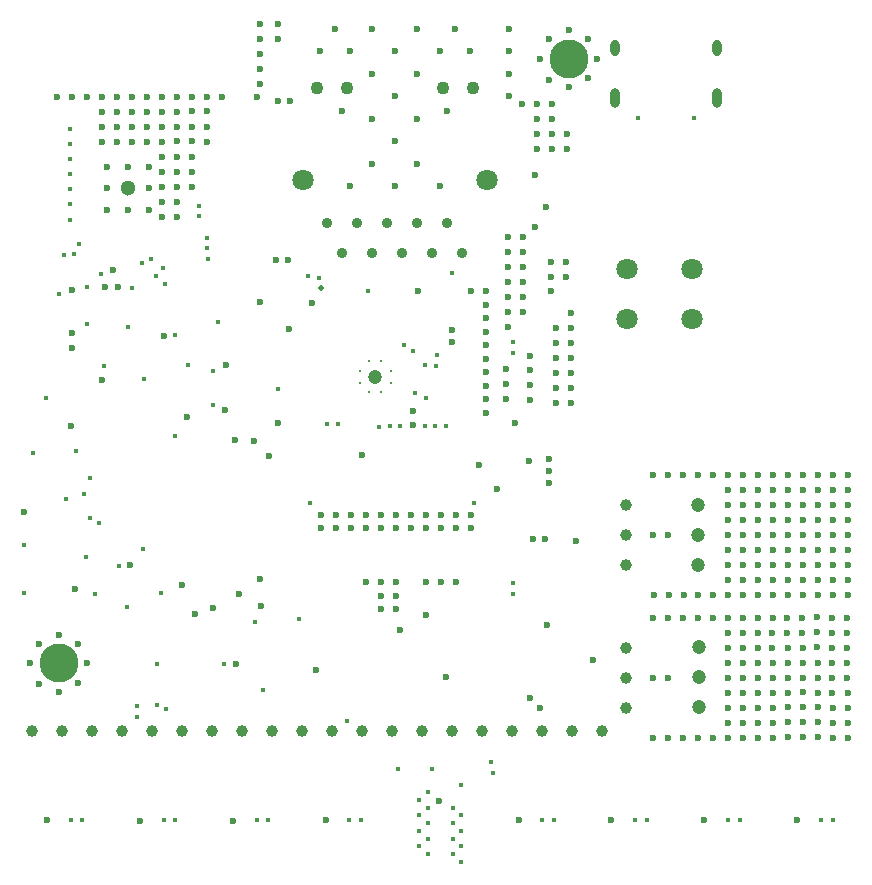
<source format=gbr>
%TF.GenerationSoftware,KiCad,Pcbnew,(6.0.8)*%
%TF.CreationDate,2023-03-02T15:22:02+03:00*%
%TF.ProjectId,ESP32-DEVKIT-L,45535033-322d-4444-9556-4b49542d4c2e,1*%
%TF.SameCoordinates,PX4260300PY8558f68*%
%TF.FileFunction,Plated,1,2,PTH,Mixed*%
%TF.FilePolarity,Positive*%
%FSLAX46Y46*%
G04 Gerber Fmt 4.6, Leading zero omitted, Abs format (unit mm)*
G04 Created by KiCad (PCBNEW (6.0.8)) date 2023-03-02 15:22:02*
%MOMM*%
%LPD*%
G01*
G04 APERTURE LIST*
%TA.AperFunction,ComponentDrill*%
%ADD10C,0.299720*%
%TD*%
%TA.AperFunction,ComponentDrill*%
%ADD11C,0.300000*%
%TD*%
%TA.AperFunction,ViaDrill*%
%ADD12C,0.400000*%
%TD*%
%TA.AperFunction,ViaDrill*%
%ADD13C,0.500000*%
%TD*%
%TA.AperFunction,ViaDrill*%
%ADD14C,0.600000*%
%TD*%
%TA.AperFunction,ComponentDrill*%
%ADD15C,0.600000*%
%TD*%
G04 aperture for slot hole*
%TA.AperFunction,ComponentDrill*%
%ADD16O,0.800000X1.400000*%
%TD*%
G04 aperture for slot hole*
%TA.AperFunction,ComponentDrill*%
%ADD17O,0.800000X1.700000*%
%TD*%
%TA.AperFunction,ComponentDrill*%
%ADD18C,0.900000*%
%TD*%
%TA.AperFunction,ComponentDrill*%
%ADD19C,1.000000*%
%TD*%
%TA.AperFunction,ComponentDrill*%
%ADD20C,1.100000*%
%TD*%
%TA.AperFunction,ComponentDrill*%
%ADD21C,1.200000*%
%TD*%
%TA.AperFunction,ComponentDrill*%
%ADD22C,1.300000*%
%TD*%
%TA.AperFunction,ComponentDrill*%
%ADD23C,1.800000*%
%TD*%
%TA.AperFunction,ComponentDrill*%
%ADD24C,3.300000*%
%TD*%
G04 APERTURE END LIST*
D10*
%TO.C,U4*%
X30849000Y40481000D03*
D11*
X29049000Y42281000D03*
X29049000Y41281000D03*
X29849000Y43081000D03*
X29849000Y40481000D03*
X30849000Y43081000D03*
X31649000Y42281000D03*
X31649000Y41281000D03*
%TD*%
D12*
X631000Y27555000D03*
X631000Y23491000D03*
X1373596Y35360000D03*
X2479143Y40010000D03*
X3622686Y48766000D03*
X4003187Y52061931D03*
X4155440Y31450000D03*
X4550000Y62736000D03*
X4550000Y61466000D03*
X4550000Y60196000D03*
X4550000Y58926000D03*
X4550000Y57656000D03*
X4550000Y56386000D03*
X4550000Y55100000D03*
X4560000Y4290000D03*
X4876919Y52140990D03*
X4980000Y35538700D03*
X5240429Y53043317D03*
X5560000Y4290000D03*
X5712747Y31897853D03*
X5838000Y26540998D03*
X5965000Y46226000D03*
X5971100Y49346601D03*
X6208900Y33188293D03*
X6210000Y29820300D03*
X6600000Y23366000D03*
X7000251Y29439300D03*
X7133800Y50463101D03*
X7361100Y42670000D03*
X8620300Y25750000D03*
X9336254Y22322491D03*
X9394000Y45972000D03*
X9793926Y49269812D03*
X10159519Y13895438D03*
X10189840Y12975717D03*
X10600358Y51399500D03*
X10719095Y27241700D03*
X10783480Y41634700D03*
X11397444Y51785274D03*
X11808376Y50349872D03*
X11840211Y17500211D03*
X11847164Y13987300D03*
X12202865Y23472700D03*
X12401455Y50997029D03*
X12430000Y4290000D03*
X12548555Y49657751D03*
X12674333Y13641251D03*
X13430000Y4290000D03*
X13438190Y45337000D03*
X13440000Y36790000D03*
X14474000Y42797000D03*
X15418726Y56251734D03*
X15427114Y55370000D03*
X16116035Y53525679D03*
X16150053Y52648526D03*
X16184289Y51771382D03*
X16633000Y42289000D03*
X16633000Y39367980D03*
X17000543Y46411091D03*
X17554700Y17500000D03*
X20208300Y21020000D03*
X20308234Y4290126D03*
X20840000Y15280551D03*
X21300000Y4290126D03*
X22126611Y40740917D03*
X23900000Y21314700D03*
X24666301Y50321179D03*
X24869536Y31110464D03*
X25559530Y50187798D03*
X26284996Y37780500D03*
X27174000Y37780500D03*
X27948670Y12640081D03*
X28170000Y4286721D03*
X29170000Y4286721D03*
X29714000Y49020000D03*
X30692412Y37537485D03*
X31566595Y37617220D03*
X32287950Y8614224D03*
X32443985Y37590000D03*
X32761988Y44446000D03*
X33524000Y43938000D03*
X33758712Y40376700D03*
X34090000Y5940000D03*
X34090000Y4640000D03*
X34090000Y3340000D03*
X34090000Y2040000D03*
X34539439Y42796439D03*
X34540000Y37588000D03*
X34675000Y40000000D03*
X34790000Y5290000D03*
X34790000Y3990000D03*
X34790000Y2690000D03*
X34790000Y1390000D03*
X34800000Y6590000D03*
X35145630Y8547045D03*
X35429000Y37588000D03*
X35514546Y42711454D03*
X35561367Y43637483D03*
X36318004Y37588000D03*
X36826000Y50544000D03*
X36900000Y5290000D03*
X36900000Y3990000D03*
X36900000Y2690000D03*
X36900000Y1390000D03*
X37600000Y4640000D03*
X37600000Y3340000D03*
X37600000Y2040000D03*
X37600000Y740000D03*
X37630000Y7240000D03*
X38714930Y31113000D03*
X40174428Y9133880D03*
X40304333Y8266251D03*
X41979830Y23432698D03*
X41981100Y24310000D03*
X41993816Y44702000D03*
X42032439Y43812439D03*
X44490000Y4283893D03*
X45490000Y4283893D03*
X52360000Y4284115D03*
X52575000Y63700000D03*
X53360000Y4284115D03*
X57375000Y63700000D03*
X60230000Y4285112D03*
X61230000Y4285112D03*
X68110000Y4285000D03*
X69110000Y4285000D03*
D13*
X25777000Y49274000D03*
D14*
X644186Y30348000D03*
X2560000Y4220000D03*
X3400000Y65468000D03*
X4568000Y37587848D03*
X4680000Y65478000D03*
X4695000Y49145000D03*
X4695000Y45462000D03*
X4695000Y44192000D03*
X4905900Y23813898D03*
X5960000Y65483000D03*
X7225961Y41504039D03*
X7230000Y65483000D03*
X7230000Y64213000D03*
X7230000Y62943000D03*
X7230000Y61673000D03*
X7489000Y49399000D03*
X8180000Y50860000D03*
X8500000Y65483000D03*
X8500000Y64213000D03*
X8500000Y62943000D03*
X8500000Y61673000D03*
X8568500Y49399561D03*
X9609195Y25870474D03*
X9765000Y65508000D03*
X9765000Y64238000D03*
X9765000Y61698000D03*
X9770000Y62943000D03*
X10420000Y4215669D03*
X11035000Y65508000D03*
X11035000Y64238000D03*
X11035000Y62968000D03*
X11035000Y61698000D03*
X12305000Y65508000D03*
X12305000Y64238000D03*
X12305000Y62968000D03*
X12305000Y61698000D03*
X12315000Y60433000D03*
X12325000Y59163000D03*
X12325000Y57893000D03*
X12325000Y56623000D03*
X12325000Y55353000D03*
X12461090Y45243100D03*
X13575000Y65508000D03*
X13575000Y64238000D03*
X13575000Y62968000D03*
X13585000Y61718000D03*
X13585000Y60433000D03*
X13585000Y59163000D03*
X13585000Y57893000D03*
X13585000Y56623000D03*
X13585000Y55353000D03*
X14015299Y24177800D03*
X14380071Y38372992D03*
X14845000Y65498000D03*
X14845000Y64248000D03*
X14845000Y62973000D03*
X14855000Y61718000D03*
X14855000Y60433000D03*
X14855000Y59163000D03*
X14855000Y57893000D03*
X15064589Y21704589D03*
X16115000Y65498000D03*
X16115000Y64248000D03*
X16115000Y62973000D03*
X16125000Y61703000D03*
X16603499Y22239588D03*
X17385000Y65498000D03*
X17649000Y38987000D03*
X17680000Y42740000D03*
X18298234Y4212649D03*
X18500000Y36440000D03*
X18590000Y17500000D03*
X18851351Y23366097D03*
X20070000Y36360000D03*
X20323700Y65490519D03*
X20570000Y71624000D03*
X20570000Y70354000D03*
X20570000Y69084000D03*
X20570000Y67818000D03*
X20570000Y66548000D03*
X20570000Y48129000D03*
X20580000Y24670000D03*
X20653228Y22336328D03*
X21366779Y35096779D03*
X21967000Y51685000D03*
X22094000Y71624000D03*
X22094000Y70354000D03*
X22094000Y65147000D03*
X22147260Y37868000D03*
X22957600Y51685000D03*
X23070479Y45803479D03*
X23110000Y65147000D03*
X25015000Y48065500D03*
X25380000Y16970000D03*
X25650000Y69340000D03*
X25777000Y30095000D03*
X25777000Y28952000D03*
X26170000Y4216721D03*
X26920000Y71245000D03*
X27047000Y30095000D03*
X27047000Y28952000D03*
X27555000Y64260000D03*
X28190000Y69340000D03*
X28190000Y57910000D03*
X28317000Y30095000D03*
X28317000Y28952000D03*
X29206000Y35175000D03*
X29587000Y30095000D03*
X29587000Y28952000D03*
X29590000Y24378000D03*
X30095000Y71245000D03*
X30095000Y67435000D03*
X30095000Y63625000D03*
X30095000Y59815000D03*
X30857000Y30095000D03*
X30857000Y28952000D03*
X30860000Y24382000D03*
X30860000Y23235000D03*
X30860000Y22088000D03*
X32000000Y69340000D03*
X32000000Y65530000D03*
X32000000Y61720000D03*
X32000000Y57910000D03*
X32130000Y30091000D03*
X32130000Y28948000D03*
X32130000Y24381000D03*
X32130000Y23235000D03*
X32130000Y22088000D03*
X32480000Y20380000D03*
X33400000Y30091000D03*
X33400000Y28948000D03*
X33524000Y38858000D03*
X33524000Y37715000D03*
X33905000Y71245000D03*
X33905000Y67435000D03*
X33905000Y63625000D03*
X33905000Y59815000D03*
X33970000Y49020000D03*
X34635525Y21610100D03*
X34670000Y30091000D03*
X34670000Y28948000D03*
X34670000Y24378000D03*
X35774009Y5859842D03*
X35810000Y69340000D03*
X35810000Y57910000D03*
X35940000Y30088000D03*
X35940000Y28945000D03*
X35940000Y24378000D03*
X36336128Y16343872D03*
X36445000Y64260000D03*
X36826000Y45716000D03*
X36826000Y44700000D03*
X37080000Y71245000D03*
X37207000Y24380000D03*
X37210000Y30088000D03*
X37210000Y28945000D03*
X38350000Y69340000D03*
X38477000Y49020000D03*
X38480000Y30088000D03*
X38480000Y28945000D03*
X39154589Y34343411D03*
X39747000Y49018000D03*
X39747000Y47875000D03*
X39747000Y46732000D03*
X39747000Y45589000D03*
X39747000Y44446000D03*
X39747000Y43303000D03*
X39747000Y42160000D03*
X39747000Y41017000D03*
X39747000Y39874000D03*
X39747000Y38731000D03*
X40690000Y32256000D03*
X41450000Y42443000D03*
X41450000Y41173000D03*
X41450000Y39903000D03*
X41620000Y46033000D03*
X41625000Y53643000D03*
X41625000Y52373000D03*
X41625000Y51108000D03*
X41625000Y49838000D03*
X41625000Y48568000D03*
X41625000Y47298000D03*
X41652000Y71243000D03*
X41652000Y69338000D03*
X41652000Y67433000D03*
X41652000Y65528000D03*
X42159976Y37844020D03*
X42489227Y4220000D03*
X42795000Y64893000D03*
X42895000Y53643000D03*
X42895000Y52373000D03*
X42895000Y51108000D03*
X42895000Y49838000D03*
X42895000Y48568000D03*
X42895000Y47298000D03*
X43352843Y34630393D03*
X43430000Y14603000D03*
X43459261Y42348000D03*
X43459261Y41078000D03*
X43475000Y43573000D03*
X43475000Y39823000D03*
X43684000Y28063000D03*
X43912500Y58900000D03*
X43912500Y54450000D03*
X44050000Y61098000D03*
X44065000Y64893000D03*
X44065000Y63623000D03*
X44065000Y62353000D03*
X44300000Y13730000D03*
X44700000Y28063000D03*
X44812500Y56173000D03*
X44940000Y20738000D03*
X45081000Y34796000D03*
X45081000Y33780000D03*
X45081000Y32764000D03*
X45195000Y49008000D03*
X45200000Y51523000D03*
X45200000Y50273000D03*
X45335000Y64893000D03*
X45335000Y63623000D03*
X45335000Y62353000D03*
X45335000Y61083000D03*
X45650000Y45898000D03*
X45650000Y44628000D03*
X45650000Y43358000D03*
X45650000Y42088000D03*
X45650000Y40823000D03*
X45650000Y39553000D03*
X46470000Y51523000D03*
X46470000Y50273000D03*
X46605000Y62353000D03*
X46605000Y61083000D03*
X46920000Y45898000D03*
X46920000Y44628000D03*
X46920000Y43358000D03*
X46920000Y42088000D03*
X46920000Y40823000D03*
X46920000Y39553000D03*
X46925000Y47163000D03*
X47367597Y27872897D03*
X48775000Y17775000D03*
X50340000Y4230000D03*
X53855000Y21365000D03*
X53865000Y16285000D03*
X53880000Y33465000D03*
X53880000Y28385000D03*
X53890000Y11210000D03*
X53915000Y23310000D03*
X55130000Y21365000D03*
X55135000Y16285000D03*
X55150000Y28385000D03*
X55155000Y33465000D03*
X55160000Y11210000D03*
X55185000Y23310000D03*
X56400000Y21375000D03*
X56425000Y33475000D03*
X56430000Y11210000D03*
X56455000Y23310000D03*
X57655000Y21375000D03*
X57680000Y33475000D03*
X57690000Y11220000D03*
X57715000Y23320000D03*
X58220000Y4230000D03*
X58930000Y21375000D03*
X58955000Y33475000D03*
X58960000Y11220000D03*
X58985000Y23320000D03*
X60185000Y20115000D03*
X60185000Y18845000D03*
X60200000Y21385000D03*
X60205000Y17565000D03*
X60205000Y16295000D03*
X60205000Y15025000D03*
X60210000Y32215000D03*
X60210000Y30945000D03*
X60225000Y33485000D03*
X60230000Y29665000D03*
X60230000Y28395000D03*
X60230000Y27125000D03*
X60230000Y13760000D03*
X60230000Y12490000D03*
X60230000Y11220000D03*
X60255000Y25860000D03*
X60255000Y24590000D03*
X60255000Y23320000D03*
X61455000Y21390000D03*
X61455000Y20120000D03*
X61465000Y18850000D03*
X61465000Y17580000D03*
X61465000Y16310000D03*
X61465000Y15040000D03*
X61480000Y33490000D03*
X61480000Y32220000D03*
X61490000Y30950000D03*
X61490000Y29680000D03*
X61490000Y28410000D03*
X61490000Y27140000D03*
X61490000Y13775000D03*
X61490000Y12505000D03*
X61490000Y11235000D03*
X61515000Y25875000D03*
X61515000Y24605000D03*
X61515000Y23335000D03*
X62730000Y21390000D03*
X62730000Y20120000D03*
X62735000Y18850000D03*
X62735000Y17580000D03*
X62735000Y16310000D03*
X62755000Y33490000D03*
X62755000Y32220000D03*
X62760000Y30950000D03*
X62760000Y29680000D03*
X62760000Y28410000D03*
X62760000Y15045000D03*
X62760000Y13775000D03*
X62760000Y12505000D03*
X62760000Y11235000D03*
X62785000Y27145000D03*
X62785000Y25875000D03*
X62785000Y24605000D03*
X62785000Y23335000D03*
X63985000Y20130000D03*
X63985000Y18860000D03*
X64000000Y21400000D03*
X64005000Y17580000D03*
X64005000Y16310000D03*
X64005000Y15040000D03*
X64010000Y32230000D03*
X64010000Y30960000D03*
X64025000Y33500000D03*
X64030000Y29680000D03*
X64030000Y28410000D03*
X64030000Y27140000D03*
X64030000Y13775000D03*
X64030000Y12505000D03*
X64030000Y11235000D03*
X64055000Y25875000D03*
X64055000Y24605000D03*
X64055000Y23335000D03*
X65255000Y21400000D03*
X65255000Y20130000D03*
X65265000Y18860000D03*
X65265000Y17590000D03*
X65265000Y16320000D03*
X65265000Y15050000D03*
X65280000Y33500000D03*
X65280000Y32230000D03*
X65290000Y30960000D03*
X65290000Y29690000D03*
X65290000Y28420000D03*
X65290000Y27150000D03*
X65290000Y13785000D03*
X65290000Y12515000D03*
X65290000Y11245000D03*
X65315000Y25885000D03*
X65315000Y24615000D03*
X65315000Y23345000D03*
X66100000Y4230000D03*
X66530000Y21400000D03*
X66530000Y20130000D03*
X66535000Y18860000D03*
X66535000Y17590000D03*
X66535000Y16320000D03*
X66555000Y33500000D03*
X66555000Y32230000D03*
X66560000Y30960000D03*
X66560000Y29690000D03*
X66560000Y28420000D03*
X66560000Y15055000D03*
X66560000Y13785000D03*
X66560000Y12515000D03*
X66560000Y11245000D03*
X66585000Y27155000D03*
X66585000Y25885000D03*
X66585000Y24615000D03*
X66585000Y23345000D03*
X67785000Y20140000D03*
X67785000Y18870000D03*
X67800000Y21410000D03*
X67805000Y17590000D03*
X67805000Y16320000D03*
X67805000Y15050000D03*
X67810000Y32240000D03*
X67810000Y30970000D03*
X67825000Y33510000D03*
X67830000Y29690000D03*
X67830000Y28420000D03*
X67830000Y27150000D03*
X67830000Y13785000D03*
X67830000Y12515000D03*
X67830000Y11245000D03*
X67855000Y25885000D03*
X67855000Y24615000D03*
X67855000Y23345000D03*
X69055000Y21390000D03*
X69055000Y20120000D03*
X69065000Y18850000D03*
X69065000Y17580000D03*
X69065000Y16310000D03*
X69065000Y15040000D03*
X69080000Y33490000D03*
X69080000Y32220000D03*
X69090000Y30950000D03*
X69090000Y29680000D03*
X69090000Y28410000D03*
X69090000Y27140000D03*
X69090000Y13775000D03*
X69090000Y12505000D03*
X69090000Y11235000D03*
X69115000Y25875000D03*
X69115000Y24605000D03*
X69115000Y23335000D03*
X70330000Y21390000D03*
X70330000Y20120000D03*
X70335000Y18850000D03*
X70335000Y17580000D03*
X70335000Y16310000D03*
X70355000Y33490000D03*
X70355000Y32220000D03*
X70360000Y30950000D03*
X70360000Y29680000D03*
X70360000Y28410000D03*
X70360000Y15045000D03*
X70360000Y13775000D03*
X70360000Y12505000D03*
X70360000Y11235000D03*
X70385000Y27145000D03*
X70385000Y25875000D03*
X70385000Y24605000D03*
X70385000Y23335000D03*
D15*
%TO.C,MH2*%
X1139000Y17524000D03*
X1901000Y19175000D03*
X1901000Y15746000D03*
X3552000Y19937000D03*
X3552000Y15111000D03*
X5203000Y19175000D03*
X5203000Y15873000D03*
X5965000Y17524000D03*
%TO.C,U7*%
X7610000Y59542000D03*
X7610000Y57742000D03*
X7610000Y55942000D03*
X9410000Y59542000D03*
X9410000Y55942000D03*
X11210000Y59542000D03*
X11210000Y57742000D03*
X11210000Y55942000D03*
%TO.C,MH1*%
X44319000Y68705000D03*
X45081000Y70356000D03*
X45081000Y66927000D03*
X46732000Y71118000D03*
X46732000Y66292000D03*
X48383000Y70356000D03*
X48383000Y67054000D03*
X49145000Y68705000D03*
D16*
%TO.C,U1*%
X50655000Y69600000D03*
D17*
X50655000Y65420000D03*
D16*
X59295000Y69600000D03*
D17*
X59295000Y65420000D03*
D18*
%TO.C,*%
X26300000Y54775000D03*
%TO.C,LAN1*%
X27565000Y52226000D03*
X28835000Y54766000D03*
X30105000Y52226000D03*
X31375000Y54766000D03*
X32645000Y52226000D03*
X33915000Y54766000D03*
X35185000Y52226000D03*
X36455000Y54766000D03*
%TO.C,*%
X37715000Y52225000D03*
D19*
%TO.C,CON1*%
X1266000Y11809000D03*
X3806000Y11809000D03*
X6346000Y11809000D03*
X8886000Y11809000D03*
X11426000Y11809000D03*
X13966000Y11809000D03*
X16506000Y11809000D03*
X19046000Y11809000D03*
X21586000Y11809000D03*
X24126000Y11809000D03*
X26666000Y11809000D03*
X29206000Y11809000D03*
X31746000Y11809000D03*
X34286000Y11809000D03*
X36826000Y11809000D03*
X39366000Y11809000D03*
X41906000Y11809000D03*
X44446000Y11809000D03*
X46986000Y11809000D03*
X49526000Y11809000D03*
%TO.C,U2*%
X51610000Y30925000D03*
X51610000Y28385000D03*
X51610000Y25845000D03*
%TO.C,U5*%
X51610000Y18850000D03*
X51610000Y16310000D03*
X51610000Y13770000D03*
D20*
%TO.C,LAN1*%
X25390000Y66214500D03*
X27930000Y66214500D03*
X36070000Y66214500D03*
X38610000Y66214500D03*
D21*
%TO.C,U4*%
X30349000Y41781000D03*
%TO.C,REF\u002A\u002A*%
X57717500Y30935000D03*
X57717500Y28395000D03*
X57717500Y25855000D03*
X57725000Y18875000D03*
X57725000Y16335000D03*
X57725000Y13795000D03*
D22*
%TO.C,U7*%
X9410000Y57742000D03*
D23*
%TO.C,LAN1*%
X24200000Y58416000D03*
X39800000Y58416000D03*
%TO.C,REF\u002A\u002A*%
X51665000Y50900000D03*
%TO.C,J1*%
X51665000Y50900000D03*
%TO.C,REF\u002A\u002A*%
X51665000Y46700000D03*
%TO.C,J1*%
X51665000Y46700000D03*
%TO.C,REF\u002A\u002A*%
X57165000Y50900000D03*
%TO.C,J1*%
X57165000Y50900000D03*
%TO.C,REF\u002A\u002A*%
X57165000Y46700000D03*
%TO.C,J1*%
X57165000Y46700000D03*
D24*
%TO.C,MH2*%
X3552000Y17524000D03*
%TO.C,MH1*%
X46732000Y68705000D03*
M02*

</source>
